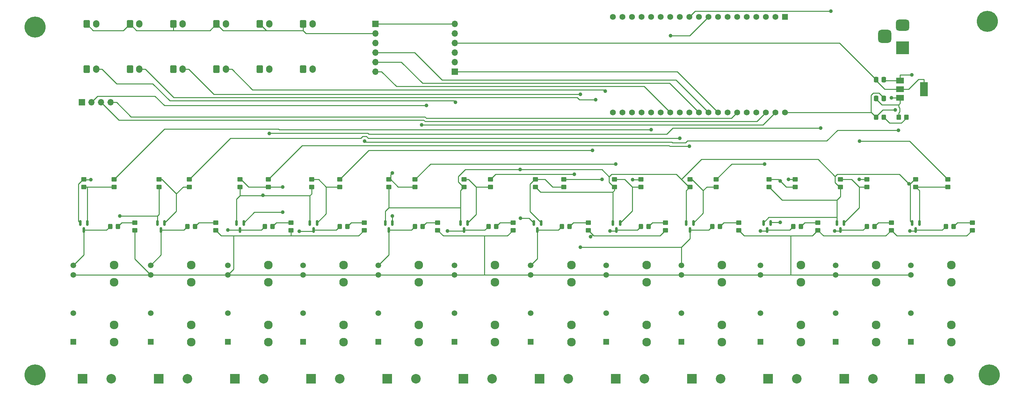
<source format=gbr>
%TF.GenerationSoftware,KiCad,Pcbnew,8.0.8-8.0.8-0~ubuntu24.04.1*%
%TF.CreationDate,2025-02-09T16:52:57+07:00*%
%TF.ProjectId,wemos32-12-channel-relays-ssr-rev-2,77656d6f-7333-4322-9d31-322d6368616e,1.0*%
%TF.SameCoordinates,Original*%
%TF.FileFunction,Copper,L1,Top*%
%TF.FilePolarity,Positive*%
%FSLAX46Y46*%
G04 Gerber Fmt 4.6, Leading zero omitted, Abs format (unit mm)*
G04 Created by KiCad (PCBNEW 8.0.8-8.0.8-0~ubuntu24.04.1) date 2025-02-09 16:52:57*
%MOMM*%
%LPD*%
G01*
G04 APERTURE LIST*
G04 Aperture macros list*
%AMRoundRect*
0 Rectangle with rounded corners*
0 $1 Rounding radius*
0 $2 $3 $4 $5 $6 $7 $8 $9 X,Y pos of 4 corners*
0 Add a 4 corners polygon primitive as box body*
4,1,4,$2,$3,$4,$5,$6,$7,$8,$9,$2,$3,0*
0 Add four circle primitives for the rounded corners*
1,1,$1+$1,$2,$3*
1,1,$1+$1,$4,$5*
1,1,$1+$1,$6,$7*
1,1,$1+$1,$8,$9*
0 Add four rect primitives between the rounded corners*
20,1,$1+$1,$2,$3,$4,$5,0*
20,1,$1+$1,$4,$5,$6,$7,0*
20,1,$1+$1,$6,$7,$8,$9,0*
20,1,$1+$1,$8,$9,$2,$3,0*%
G04 Aperture macros list end*
%TA.AperFunction,SMDPad,CuDef*%
%ADD10RoundRect,0.250000X0.450000X-0.350000X0.450000X0.350000X-0.450000X0.350000X-0.450000X-0.350000X0*%
%TD*%
%TA.AperFunction,ComponentPad*%
%ADD11RoundRect,0.250000X-0.600000X-0.750000X0.600000X-0.750000X0.600000X0.750000X-0.600000X0.750000X0*%
%TD*%
%TA.AperFunction,ComponentPad*%
%ADD12O,1.700000X2.000000*%
%TD*%
%TA.AperFunction,SMDPad,CuDef*%
%ADD13RoundRect,0.150000X-0.150000X0.587500X-0.150000X-0.587500X0.150000X-0.587500X0.150000X0.587500X0*%
%TD*%
%TA.AperFunction,ComponentPad*%
%ADD14R,2.540000X2.540000*%
%TD*%
%TA.AperFunction,ComponentPad*%
%ADD15C,2.540000*%
%TD*%
%TA.AperFunction,ComponentPad*%
%ADD16R,1.700000X1.700000*%
%TD*%
%TA.AperFunction,ComponentPad*%
%ADD17O,1.700000X1.700000*%
%TD*%
%TA.AperFunction,ComponentPad*%
%ADD18C,5.600000*%
%TD*%
%TA.AperFunction,ComponentPad*%
%ADD19C,2.300000*%
%TD*%
%TA.AperFunction,ComponentPad*%
%ADD20R,1.508000X1.508000*%
%TD*%
%TA.AperFunction,ComponentPad*%
%ADD21C,1.508000*%
%TD*%
%TA.AperFunction,SMDPad,CuDef*%
%ADD22RoundRect,0.250000X-0.450000X0.350000X-0.450000X-0.350000X0.450000X-0.350000X0.450000X0.350000X0*%
%TD*%
%TA.AperFunction,SMDPad,CuDef*%
%ADD23RoundRect,0.250000X-0.325000X-0.450000X0.325000X-0.450000X0.325000X0.450000X-0.325000X0.450000X0*%
%TD*%
%TA.AperFunction,SMDPad,CuDef*%
%ADD24RoundRect,0.250000X-0.337500X-0.475000X0.337500X-0.475000X0.337500X0.475000X-0.337500X0.475000X0*%
%TD*%
%TA.AperFunction,SMDPad,CuDef*%
%ADD25R,2.000000X1.500000*%
%TD*%
%TA.AperFunction,SMDPad,CuDef*%
%ADD26R,2.000000X3.800000*%
%TD*%
%TA.AperFunction,ComponentPad*%
%ADD27R,3.500000X3.500000*%
%TD*%
%TA.AperFunction,ComponentPad*%
%ADD28RoundRect,0.750000X-1.000000X0.750000X-1.000000X-0.750000X1.000000X-0.750000X1.000000X0.750000X0*%
%TD*%
%TA.AperFunction,ComponentPad*%
%ADD29RoundRect,0.875000X-0.875000X0.875000X-0.875000X-0.875000X0.875000X-0.875000X0.875000X0.875000X0*%
%TD*%
%TA.AperFunction,SMDPad,CuDef*%
%ADD30RoundRect,0.250000X-0.350000X-0.450000X0.350000X-0.450000X0.350000X0.450000X-0.350000X0.450000X0*%
%TD*%
%TA.AperFunction,ComponentPad*%
%ADD31R,1.560000X1.560000*%
%TD*%
%TA.AperFunction,ComponentPad*%
%ADD32C,1.560000*%
%TD*%
%TA.AperFunction,ViaPad*%
%ADD33C,1.000000*%
%TD*%
%TA.AperFunction,Conductor*%
%ADD34C,0.254000*%
%TD*%
G04 APERTURE END LIST*
D10*
%TO.P,R14,1*%
%TO.N,Net-(Q5-B)*%
X123000000Y-103000000D03*
%TO.P,R14,2*%
%TO.N,/IO_15*%
X123000000Y-101000000D03*
%TD*%
D11*
%TO.P,J19,1,Pin_1*%
%TO.N,GND*%
X70250000Y-59700000D03*
D12*
%TO.P,J19,2,Pin_2*%
%TO.N,Net-(D9-K)*%
X72750000Y-59700000D03*
%TD*%
D13*
%TO.P,Q10,1,B*%
%TO.N,Net-(Q10-B)*%
X217450000Y-112562500D03*
%TO.P,Q10,2,E*%
%TO.N,GND*%
X215550000Y-112562500D03*
%TO.P,Q10,3,C*%
%TO.N,Net-(D22-K)*%
X216500000Y-114437500D03*
%TD*%
%TO.P,Q4,1,B*%
%TO.N,Net-(Q4-B)*%
X96950000Y-112562500D03*
%TO.P,Q4,2,E*%
%TO.N,GND*%
X95050000Y-112562500D03*
%TO.P,Q4,3,C*%
%TO.N,Net-(D9-K)*%
X96000000Y-114437500D03*
%TD*%
D14*
%TO.P,J3,1,Pin_1*%
%TO.N,Net-(J3-Pin_1)*%
X75144500Y-153950000D03*
D15*
%TO.P,J3,2,Pin_2*%
%TO.N,Net-(J3-Pin_2)*%
X82764500Y-153950000D03*
%TD*%
D16*
%TO.P,J14,1,Pin_1*%
%TO.N,/MISO*%
X133500000Y-72350000D03*
D17*
%TO.P,J14,2,Pin_2*%
%TO.N,unconnected-(J14-Pin_2-Pad2)*%
X133500000Y-69810000D03*
%TO.P,J14,3,Pin_3*%
%TO.N,unconnected-(J14-Pin_3-Pad3)*%
X133500000Y-67270000D03*
%TO.P,J14,4,Pin_4*%
%TO.N,+3.3V*%
X133500000Y-64730000D03*
%TO.P,J14,5,Pin_5*%
X133500000Y-62190000D03*
%TO.P,J14,6,Pin_6*%
%TO.N,GND*%
X133500000Y-59650000D03*
%TD*%
D11*
%TO.P,J26,1,Pin_1*%
%TO.N,GND*%
X81750000Y-71700000D03*
D12*
%TO.P,J26,2,Pin_2*%
%TO.N,Net-(D24-K)*%
X84250000Y-71700000D03*
%TD*%
D18*
%TO.P,H1,1*%
%TO.N,N/C*%
X275000000Y-59000000D03*
%TD*%
D11*
%TO.P,J20,1,Pin_1*%
%TO.N,GND*%
X81750000Y-59700000D03*
D12*
%TO.P,J20,2,Pin_2*%
%TO.N,Net-(D11-K)*%
X84250000Y-59700000D03*
%TD*%
D14*
%TO.P,J5,1,Pin_1*%
%TO.N,Net-(J5-Pin_1)*%
X115599100Y-153950000D03*
D15*
%TO.P,J5,2,Pin_2*%
%TO.N,Net-(J5-Pin_2)*%
X123219100Y-153950000D03*
%TD*%
D19*
%TO.P,F12,1*%
%TO.N,Net-(F12-Pad1)*%
X265465400Y-123750000D03*
X265465400Y-128350000D03*
%TO.P,F12,2*%
%TO.N,Net-(J12-Pin_2)*%
X265465400Y-139650000D03*
X265465400Y-144250000D03*
%TD*%
D20*
%TO.P,K1,1*%
%TO.N,Net-(F1-Pad1)*%
X32234100Y-144160000D03*
D21*
%TO.P,K1,2*%
%TO.N,Net-(J1-Pin_1)*%
X32234100Y-136540000D03*
%TO.P,K1,3*%
%TO.N,+5V*%
X32234100Y-126380000D03*
%TO.P,K1,4*%
%TO.N,Net-(D3-K)*%
X32234100Y-123840000D03*
%TD*%
D22*
%TO.P,R32,1*%
%TO.N,Net-(D20-A)*%
X189500000Y-112500000D03*
%TO.P,R32,2*%
%TO.N,+5V*%
X189500000Y-114500000D03*
%TD*%
D14*
%TO.P,J2,1,Pin_1*%
%TO.N,Net-(J2-Pin_1)*%
X54917300Y-153950000D03*
D15*
%TO.P,J2,2,Pin_2*%
%TO.N,Net-(J2-Pin_2)*%
X62537300Y-153950000D03*
%TD*%
D22*
%TO.P,R33,1*%
%TO.N,Net-(D21-A)*%
X209000000Y-112500000D03*
%TO.P,R33,2*%
%TO.N,+5V*%
X209000000Y-114500000D03*
%TD*%
%TO.P,R36,1*%
%TO.N,Net-(D24-A)*%
X249500000Y-112500000D03*
%TO.P,R36,2*%
%TO.N,+5V*%
X249500000Y-114500000D03*
%TD*%
D13*
%TO.P,Q2,1,B*%
%TO.N,Net-(Q2-B)*%
X56450000Y-112562500D03*
%TO.P,Q2,2,E*%
%TO.N,GND*%
X54550000Y-112562500D03*
%TO.P,Q2,3,C*%
%TO.N,Net-(D5-K)*%
X55500000Y-114437500D03*
%TD*%
D11*
%TO.P,J23,1,Pin_1*%
%TO.N,GND*%
X47250000Y-71700000D03*
D12*
%TO.P,J23,2,Pin_2*%
%TO.N,Net-(D20-K)*%
X49750000Y-71700000D03*
%TD*%
D11*
%TO.P,J24,1,Pin_1*%
%TO.N,GND*%
X58750000Y-71700000D03*
D12*
%TO.P,J24,2,Pin_2*%
%TO.N,Net-(D21-K)*%
X61250000Y-71700000D03*
%TD*%
D16*
%TO.P,J13,1,Pin_1*%
%TO.N,GND*%
X112500000Y-59650000D03*
D17*
%TO.P,J13,2,Pin_2*%
X112500000Y-62190000D03*
%TO.P,J13,3,Pin_3*%
%TO.N,/MOSI*%
X112500000Y-64730000D03*
%TO.P,J13,4,Pin_4*%
%TO.N,/SCLK*%
X112500000Y-67270000D03*
%TO.P,J13,5,Pin_5*%
%TO.N,/CS*%
X112500000Y-69810000D03*
%TO.P,J13,6,Pin_6*%
%TO.N,/INT*%
X112500000Y-72350000D03*
%TD*%
D18*
%TO.P,H4,1*%
%TO.N,N/C*%
X22000000Y-153000000D03*
%TD*%
D10*
%TO.P,R7,1*%
%TO.N,Net-(Q3-B)*%
X84000000Y-103000000D03*
%TO.P,R7,2*%
%TO.N,/IO_17*%
X84000000Y-101000000D03*
%TD*%
D22*
%TO.P,R6,1*%
%TO.N,Net-(D5-A)*%
X70000000Y-112500000D03*
%TO.P,R6,2*%
%TO.N,+5V*%
X70000000Y-114500000D03*
%TD*%
D14*
%TO.P,J8,1,Pin_1*%
%TO.N,Net-(J8-Pin_1)*%
X176280900Y-153950000D03*
D15*
%TO.P,J8,2,Pin_2*%
%TO.N,Net-(J8-Pin_2)*%
X183900900Y-153950000D03*
%TD*%
D11*
%TO.P,J27,1,Pin_1*%
%TO.N,GND*%
X93250000Y-71700000D03*
D12*
%TO.P,J27,2,Pin_2*%
%TO.N,Net-(D25-K)*%
X95750000Y-71700000D03*
%TD*%
D23*
%TO.P,D5,1,K*%
%TO.N,Net-(D5-K)*%
X62475000Y-113500000D03*
%TO.P,D5,2,A*%
%TO.N,Net-(D5-A)*%
X64525000Y-113500000D03*
%TD*%
D14*
%TO.P,J12,1,Pin_1*%
%TO.N,Net-(J12-Pin_1)*%
X257190000Y-153950000D03*
D15*
%TO.P,J12,2,Pin_2*%
%TO.N,Net-(J12-Pin_2)*%
X264810000Y-153950000D03*
%TD*%
D13*
%TO.P,Q12,1,B*%
%TO.N,Net-(Q12-B)*%
X256950000Y-112562500D03*
%TO.P,Q12,2,E*%
%TO.N,GND*%
X255050000Y-112562500D03*
%TO.P,Q12,3,C*%
%TO.N,Net-(D25-K)*%
X256000000Y-114437500D03*
%TD*%
D10*
%TO.P,R2,1*%
%TO.N,Net-(Q1-B)*%
X43000000Y-103000000D03*
%TO.P,R2,2*%
%TO.N,/IO_2*%
X43000000Y-101000000D03*
%TD*%
D22*
%TO.P,R27,1*%
%TO.N,Net-(Q9-B)*%
X196000000Y-101000000D03*
%TO.P,R27,2*%
%TO.N,GND*%
X196000000Y-103000000D03*
%TD*%
D14*
%TO.P,J4,1,Pin_1*%
%TO.N,Net-(J4-Pin_1)*%
X95371800Y-153950000D03*
D15*
%TO.P,J4,2,Pin_2*%
%TO.N,Net-(J4-Pin_2)*%
X102991800Y-153950000D03*
%TD*%
D10*
%TO.P,R20,1*%
%TO.N,Net-(Q8-B)*%
X183000000Y-103000000D03*
%TO.P,R20,2*%
%TO.N,/IO_25*%
X183000000Y-101000000D03*
%TD*%
D20*
%TO.P,K4,1*%
%TO.N,Net-(F4-Pad1)*%
X93234100Y-144160000D03*
D21*
%TO.P,K4,2*%
%TO.N,Net-(J4-Pin_1)*%
X93234100Y-136540000D03*
%TO.P,K4,3*%
%TO.N,+5V*%
X93234100Y-126380000D03*
%TO.P,K4,4*%
%TO.N,Net-(D9-K)*%
X93234100Y-123840000D03*
%TD*%
D22*
%TO.P,R35,1*%
%TO.N,Net-(D23-A)*%
X169000000Y-112500000D03*
%TO.P,R35,2*%
%TO.N,+5V*%
X169000000Y-114500000D03*
%TD*%
D19*
%TO.P,F10,1*%
%TO.N,Net-(F10-Pad1)*%
X225500000Y-123750000D03*
X225500000Y-128350000D03*
%TO.P,F10,2*%
%TO.N,Net-(J10-Pin_2)*%
X225500000Y-139650000D03*
X225500000Y-144250000D03*
%TD*%
D10*
%TO.P,R4,1*%
%TO.N,Net-(Q2-B)*%
X63000000Y-103000000D03*
%TO.P,R4,2*%
%TO.N,/IO_16*%
X63000000Y-101000000D03*
%TD*%
D14*
%TO.P,J7,1,Pin_1*%
%TO.N,Net-(J7-Pin_1)*%
X156053600Y-153950000D03*
D15*
%TO.P,J7,2,Pin_2*%
%TO.N,Net-(J7-Pin_2)*%
X163673600Y-153950000D03*
%TD*%
D11*
%TO.P,J17,1,Pin_1*%
%TO.N,GND*%
X47250000Y-59700000D03*
D12*
%TO.P,J17,2,Pin_2*%
%TO.N,Net-(D5-K)*%
X49750000Y-59700000D03*
%TD*%
D10*
%TO.P,R21,1*%
%TO.N,Net-(Q9-B)*%
X203000000Y-103000000D03*
%TO.P,R21,2*%
%TO.N,/IO_26*%
X203000000Y-101000000D03*
%TD*%
D23*
%TO.P,D3,1,K*%
%TO.N,Net-(D3-K)*%
X41975000Y-113500000D03*
%TO.P,D3,2,A*%
%TO.N,Net-(D3-A)*%
X44025000Y-113500000D03*
%TD*%
D10*
%TO.P,R3,1*%
%TO.N,Net-(Q1-B)*%
X35000000Y-103000000D03*
%TO.P,R3,2*%
%TO.N,GND*%
X35000000Y-101000000D03*
%TD*%
D23*
%TO.P,D25,1,K*%
%TO.N,Net-(D25-K)*%
X263975000Y-113500000D03*
%TO.P,D25,2,A*%
%TO.N,Net-(D25-A)*%
X266025000Y-113500000D03*
%TD*%
D13*
%TO.P,Q9,1,B*%
%TO.N,Net-(Q9-B)*%
X196950000Y-112562500D03*
%TO.P,Q9,2,E*%
%TO.N,GND*%
X195050000Y-112562500D03*
%TO.P,Q9,3,C*%
%TO.N,Net-(D21-K)*%
X196000000Y-114437500D03*
%TD*%
D18*
%TO.P,H3,1*%
%TO.N,N/C*%
X22000000Y-60500000D03*
%TD*%
D23*
%TO.P,D13,1,K*%
%TO.N,Net-(D13-K)*%
X142475000Y-113500000D03*
%TO.P,D13,2,A*%
%TO.N,Net-(D13-A)*%
X144525000Y-113500000D03*
%TD*%
D10*
%TO.P,R11,1*%
%TO.N,Net-(Q4-B)*%
X103000000Y-103000000D03*
%TO.P,R11,2*%
%TO.N,/IO_13*%
X103000000Y-101000000D03*
%TD*%
D20*
%TO.P,K8,1*%
%TO.N,Net-(F8-Pad1)*%
X173734200Y-144160000D03*
D21*
%TO.P,K8,2*%
%TO.N,Net-(J8-Pin_1)*%
X173734200Y-136540000D03*
%TO.P,K8,3*%
%TO.N,+5V*%
X173734200Y-126380000D03*
%TO.P,K8,4*%
%TO.N,Net-(D20-K)*%
X173734200Y-123840000D03*
%TD*%
D22*
%TO.P,R34,1*%
%TO.N,Net-(D22-A)*%
X230000000Y-112500000D03*
%TO.P,R34,2*%
%TO.N,+5V*%
X230000000Y-114500000D03*
%TD*%
%TO.P,R26,1*%
%TO.N,Net-(Q8-B)*%
X176000000Y-101000000D03*
%TO.P,R26,2*%
%TO.N,GND*%
X176000000Y-103000000D03*
%TD*%
D10*
%TO.P,R25,1*%
%TO.N,Net-(Q12-B)*%
X264500000Y-103000000D03*
%TO.P,R25,2*%
%TO.N,/IO_27*%
X264500000Y-101000000D03*
%TD*%
D24*
%TO.P,C6,1*%
%TO.N,+3.3V*%
X245462500Y-74500000D03*
%TO.P,C6,2*%
%TO.N,GND*%
X247537500Y-74500000D03*
%TD*%
D22*
%TO.P,R30,1*%
%TO.N,Net-(Q11-B)*%
X236000000Y-101000000D03*
%TO.P,R30,2*%
%TO.N,GND*%
X236000000Y-103000000D03*
%TD*%
D10*
%TO.P,R23,1*%
%TO.N,Net-(Q7-B)*%
X162500000Y-103000000D03*
%TO.P,R23,2*%
%TO.N,/IO_12*%
X162500000Y-101000000D03*
%TD*%
D14*
%TO.P,J10,1,Pin_1*%
%TO.N,Net-(J10-Pin_1)*%
X216735400Y-153950000D03*
D15*
%TO.P,J10,2,Pin_2*%
%TO.N,Net-(J10-Pin_2)*%
X224355400Y-153950000D03*
%TD*%
D13*
%TO.P,Q6,1,B*%
%TO.N,Net-(Q6-B)*%
X136950000Y-112562500D03*
%TO.P,Q6,2,E*%
%TO.N,GND*%
X135050000Y-112562500D03*
%TO.P,Q6,3,C*%
%TO.N,Net-(D13-K)*%
X136000000Y-114437500D03*
%TD*%
D23*
%TO.P,D24,1,K*%
%TO.N,Net-(D24-K)*%
X242975000Y-113500000D03*
%TO.P,D24,2,A*%
%TO.N,Net-(D24-A)*%
X245025000Y-113500000D03*
%TD*%
D22*
%TO.P,R16,1*%
%TO.N,Net-(D11-A)*%
X129000000Y-112500000D03*
%TO.P,R16,2*%
%TO.N,+5V*%
X129000000Y-114500000D03*
%TD*%
D20*
%TO.P,K11,1*%
%TO.N,Net-(F11-Pad1)*%
X234734200Y-144160000D03*
D21*
%TO.P,K11,2*%
%TO.N,Net-(J11-Pin_1)*%
X234734200Y-136540000D03*
%TO.P,K11,3*%
%TO.N,+5V*%
X234734200Y-126380000D03*
%TO.P,K11,4*%
%TO.N,Net-(D24-K)*%
X234734200Y-123840000D03*
%TD*%
D23*
%TO.P,D22,1,K*%
%TO.N,Net-(D22-K)*%
X223475000Y-113500000D03*
%TO.P,D22,2,A*%
%TO.N,Net-(D22-A)*%
X225525000Y-113500000D03*
%TD*%
D13*
%TO.P,Q3,1,B*%
%TO.N,Net-(Q3-B)*%
X77450000Y-112562500D03*
%TO.P,Q3,2,E*%
%TO.N,GND*%
X75550000Y-112562500D03*
%TO.P,Q3,3,C*%
%TO.N,Net-(D7-K)*%
X76500000Y-114437500D03*
%TD*%
D20*
%TO.P,K7,1*%
%TO.N,Net-(F7-Pad1)*%
X153734100Y-144160000D03*
D21*
%TO.P,K7,2*%
%TO.N,Net-(J7-Pin_1)*%
X153734100Y-136540000D03*
%TO.P,K7,3*%
%TO.N,+5V*%
X153734100Y-126380000D03*
%TO.P,K7,4*%
%TO.N,Net-(D23-K)*%
X153734100Y-123840000D03*
%TD*%
D22*
%TO.P,R28,1*%
%TO.N,Net-(Q10-B)*%
X217000000Y-101000000D03*
%TO.P,R28,2*%
%TO.N,GND*%
X217000000Y-103000000D03*
%TD*%
D13*
%TO.P,Q1,1,B*%
%TO.N,Net-(Q1-B)*%
X35950000Y-112562500D03*
%TO.P,Q1,2,E*%
%TO.N,GND*%
X34050000Y-112562500D03*
%TO.P,Q1,3,C*%
%TO.N,Net-(D3-K)*%
X35000000Y-114437500D03*
%TD*%
D10*
%TO.P,R31,1*%
%TO.N,Net-(Q12-B)*%
X256000000Y-103000000D03*
%TO.P,R31,2*%
%TO.N,GND*%
X256000000Y-101000000D03*
%TD*%
D14*
%TO.P,J6,1,Pin_1*%
%TO.N,Net-(J6-Pin_1)*%
X135826400Y-153950000D03*
D15*
%TO.P,J6,2,Pin_2*%
%TO.N,Net-(J6-Pin_2)*%
X143446400Y-153950000D03*
%TD*%
D20*
%TO.P,K3,1*%
%TO.N,Net-(F3-Pad1)*%
X73234200Y-144160000D03*
D21*
%TO.P,K3,2*%
%TO.N,Net-(J3-Pin_1)*%
X73234200Y-136540000D03*
%TO.P,K3,3*%
%TO.N,+5V*%
X73234200Y-126380000D03*
%TO.P,K3,4*%
%TO.N,Net-(D7-K)*%
X73234200Y-123840000D03*
%TD*%
D19*
%TO.P,F7,1*%
%TO.N,Net-(F7-Pad1)*%
X164500000Y-123750000D03*
X164500000Y-128350000D03*
%TO.P,F7,2*%
%TO.N,Net-(J7-Pin_2)*%
X164500000Y-139650000D03*
X164500000Y-144250000D03*
%TD*%
D23*
%TO.P,D23,1,K*%
%TO.N,Net-(D23-K)*%
X161975000Y-113500000D03*
%TO.P,D23,2,A*%
%TO.N,Net-(D23-A)*%
X164025000Y-113500000D03*
%TD*%
D13*
%TO.P,Q11,1,B*%
%TO.N,Net-(Q11-B)*%
X236950000Y-112562500D03*
%TO.P,Q11,2,E*%
%TO.N,GND*%
X235050000Y-112562500D03*
%TO.P,Q11,3,C*%
%TO.N,Net-(D24-K)*%
X236000000Y-114437500D03*
%TD*%
D11*
%TO.P,J22,1,Pin_1*%
%TO.N,GND*%
X35750000Y-71700000D03*
D12*
%TO.P,J22,2,Pin_2*%
%TO.N,Net-(D23-K)*%
X38250000Y-71700000D03*
%TD*%
D22*
%TO.P,R8,1*%
%TO.N,Net-(Q3-B)*%
X76500000Y-101000000D03*
%TO.P,R8,2*%
%TO.N,GND*%
X76500000Y-103000000D03*
%TD*%
D23*
%TO.P,D20,1,K*%
%TO.N,Net-(D20-K)*%
X182975000Y-113500000D03*
%TO.P,D20,2,A*%
%TO.N,Net-(D20-A)*%
X185025000Y-113500000D03*
%TD*%
D20*
%TO.P,K12,1*%
%TO.N,Net-(F12-Pad1)*%
X254699500Y-144160000D03*
D21*
%TO.P,K12,2*%
%TO.N,Net-(J12-Pin_1)*%
X254699500Y-136540000D03*
%TO.P,K12,3*%
%TO.N,+5V*%
X254699500Y-126380000D03*
%TO.P,K12,4*%
%TO.N,Net-(D25-K)*%
X254699500Y-123840000D03*
%TD*%
D18*
%TO.P,H2,1*%
%TO.N,N/C*%
X275500000Y-153000000D03*
%TD*%
D13*
%TO.P,Q7,1,B*%
%TO.N,Net-(Q7-B)*%
X156450000Y-112562500D03*
%TO.P,Q7,2,E*%
%TO.N,GND*%
X154550000Y-112562500D03*
%TO.P,Q7,3,C*%
%TO.N,Net-(D23-K)*%
X155500000Y-114437500D03*
%TD*%
D23*
%TO.P,D9,1,K*%
%TO.N,Net-(D9-K)*%
X102975000Y-113500000D03*
%TO.P,D9,2,A*%
%TO.N,Net-(D9-A)*%
X105025000Y-113500000D03*
%TD*%
D13*
%TO.P,Q8,1,B*%
%TO.N,Net-(Q8-B)*%
X177450000Y-112562500D03*
%TO.P,Q8,2,E*%
%TO.N,GND*%
X175550000Y-112562500D03*
%TO.P,Q8,3,C*%
%TO.N,Net-(D20-K)*%
X176500000Y-114437500D03*
%TD*%
D10*
%TO.P,R22,1*%
%TO.N,Net-(Q10-B)*%
X224000000Y-103000000D03*
%TO.P,R22,2*%
%TO.N,/IO_33*%
X224000000Y-101000000D03*
%TD*%
D20*
%TO.P,K5,1*%
%TO.N,Net-(F5-Pad1)*%
X113234200Y-144160000D03*
D21*
%TO.P,K5,2*%
%TO.N,Net-(J5-Pin_1)*%
X113234200Y-136540000D03*
%TO.P,K5,3*%
%TO.N,+5V*%
X113234200Y-126380000D03*
%TO.P,K5,4*%
%TO.N,Net-(D11-K)*%
X113234200Y-123840000D03*
%TD*%
D19*
%TO.P,F9,1*%
%TO.N,Net-(F9-Pad1)*%
X204500000Y-123750000D03*
X204500000Y-128350000D03*
%TO.P,F9,2*%
%TO.N,Net-(J9-Pin_2)*%
X204500000Y-139650000D03*
X204500000Y-144250000D03*
%TD*%
D13*
%TO.P,Q5,1,B*%
%TO.N,Net-(Q5-B)*%
X116950000Y-112562500D03*
%TO.P,Q5,2,E*%
%TO.N,GND*%
X115050000Y-112562500D03*
%TO.P,Q5,3,C*%
%TO.N,Net-(D11-K)*%
X116000000Y-114437500D03*
%TD*%
D19*
%TO.P,F2,1*%
%TO.N,Net-(F2-Pad1)*%
X63500000Y-123750000D03*
X63500000Y-128350000D03*
%TO.P,F2,2*%
%TO.N,Net-(J2-Pin_2)*%
X63500000Y-139650000D03*
X63500000Y-144250000D03*
%TD*%
D22*
%TO.P,R9,1*%
%TO.N,Net-(D3-A)*%
X48500000Y-112500000D03*
%TO.P,R9,2*%
%TO.N,+5V*%
X48500000Y-114500000D03*
%TD*%
D24*
%TO.P,C1,1*%
%TO.N,+5V*%
X245462500Y-79500000D03*
%TO.P,C1,2*%
%TO.N,GND*%
X247537500Y-79500000D03*
%TD*%
D20*
%TO.P,K10,1*%
%TO.N,Net-(F10-Pad1)*%
X214734100Y-144160000D03*
D21*
%TO.P,K10,2*%
%TO.N,Net-(J10-Pin_1)*%
X214734100Y-136540000D03*
%TO.P,K10,3*%
%TO.N,+5V*%
X214734100Y-126380000D03*
%TO.P,K10,4*%
%TO.N,Net-(D22-K)*%
X214734100Y-123840000D03*
%TD*%
D22*
%TO.P,R29,1*%
%TO.N,Net-(Q7-B)*%
X155000000Y-101000000D03*
%TO.P,R29,2*%
%TO.N,GND*%
X155000000Y-103000000D03*
%TD*%
D25*
%TO.P,U1,1,GND*%
%TO.N,GND*%
X251850000Y-74700000D03*
%TO.P,U1,2,VO*%
%TO.N,+3.3V*%
X251850000Y-77000000D03*
D26*
X258150000Y-77000000D03*
D25*
%TO.P,U1,3,VI*%
%TO.N,+5V*%
X251850000Y-79300000D03*
%TD*%
D16*
%TO.P,J28,1,Pin_1*%
%TO.N,GND*%
X34500000Y-80500000D03*
D17*
%TO.P,J28,2,Pin_2*%
%TO.N,+3.3V*%
X37040000Y-80500000D03*
%TO.P,J28,3,Pin_3*%
%TO.N,/SCL*%
X39580000Y-80500000D03*
%TO.P,J28,4,Pin_4*%
%TO.N,/SDA*%
X42120000Y-80500000D03*
%TD*%
D10*
%TO.P,R24,1*%
%TO.N,Net-(Q11-B)*%
X243000000Y-103000000D03*
%TO.P,R24,2*%
%TO.N,/IO_32*%
X243000000Y-101000000D03*
%TD*%
D19*
%TO.P,F1,1*%
%TO.N,Net-(F1-Pad1)*%
X43000000Y-123750000D03*
X43000000Y-128350000D03*
%TO.P,F1,2*%
%TO.N,Net-(J1-Pin_2)*%
X43000000Y-139650000D03*
X43000000Y-144250000D03*
%TD*%
%TO.P,F3,1*%
%TO.N,Net-(F3-Pad1)*%
X84000000Y-123750000D03*
X84000000Y-128350000D03*
%TO.P,F3,2*%
%TO.N,Net-(J3-Pin_2)*%
X84000000Y-139650000D03*
X84000000Y-144250000D03*
%TD*%
D11*
%TO.P,J21,1,Pin_1*%
%TO.N,GND*%
X93250000Y-59700000D03*
D12*
%TO.P,J21,2,Pin_2*%
%TO.N,Net-(D13-K)*%
X95750000Y-59700000D03*
%TD*%
D11*
%TO.P,J16,1,Pin_1*%
%TO.N,GND*%
X35750000Y-59700000D03*
D12*
%TO.P,J16,2,Pin_2*%
%TO.N,Net-(D3-K)*%
X38250000Y-59700000D03*
%TD*%
D19*
%TO.P,F8,1*%
%TO.N,Net-(F8-Pad1)*%
X184500000Y-123750000D03*
X184500000Y-128350000D03*
%TO.P,F8,2*%
%TO.N,Net-(J8-Pin_2)*%
X184500000Y-139650000D03*
X184500000Y-144250000D03*
%TD*%
D14*
%TO.P,J11,1,Pin_1*%
%TO.N,Net-(J11-Pin_1)*%
X236962700Y-153950000D03*
D15*
%TO.P,J11,2,Pin_2*%
%TO.N,Net-(J11-Pin_2)*%
X244582700Y-153950000D03*
%TD*%
D22*
%TO.P,R19,1*%
%TO.N,Net-(D13-A)*%
X149000000Y-112500000D03*
%TO.P,R19,2*%
%TO.N,+5V*%
X149000000Y-114500000D03*
%TD*%
D11*
%TO.P,J18,1,Pin_1*%
%TO.N,GND*%
X58750000Y-59700000D03*
D12*
%TO.P,J18,2,Pin_2*%
%TO.N,Net-(D7-K)*%
X61250000Y-59700000D03*
%TD*%
D22*
%TO.P,R12,1*%
%TO.N,Net-(Q4-B)*%
X95500000Y-101000000D03*
%TO.P,R12,2*%
%TO.N,GND*%
X95500000Y-103000000D03*
%TD*%
D23*
%TO.P,D1,1,K*%
%TO.N,GND*%
X245475000Y-84500000D03*
%TO.P,D1,2,A*%
%TO.N,Net-(D1-A)*%
X247525000Y-84500000D03*
%TD*%
D19*
%TO.P,F5,1*%
%TO.N,Net-(F5-Pad1)*%
X124000000Y-123750000D03*
X124000000Y-128350000D03*
%TO.P,F5,2*%
%TO.N,Net-(J5-Pin_2)*%
X124000000Y-139650000D03*
X124000000Y-144250000D03*
%TD*%
D23*
%TO.P,D7,1,K*%
%TO.N,Net-(D7-K)*%
X83065900Y-113500000D03*
%TO.P,D7,2,A*%
%TO.N,Net-(D7-A)*%
X85115900Y-113500000D03*
%TD*%
D22*
%TO.P,R37,1*%
%TO.N,Net-(D25-A)*%
X271000000Y-112500000D03*
%TO.P,R37,2*%
%TO.N,+5V*%
X271000000Y-114500000D03*
%TD*%
D23*
%TO.P,D21,1,K*%
%TO.N,Net-(D21-K)*%
X201975000Y-113500000D03*
%TO.P,D21,2,A*%
%TO.N,Net-(D21-A)*%
X204025000Y-113500000D03*
%TD*%
D14*
%TO.P,J1,1,Pin_1*%
%TO.N,Net-(J1-Pin_1)*%
X34690000Y-153950000D03*
D15*
%TO.P,J1,2,Pin_2*%
%TO.N,Net-(J1-Pin_2)*%
X42310000Y-153950000D03*
%TD*%
D14*
%TO.P,J9,1,Pin_1*%
%TO.N,Net-(J9-Pin_1)*%
X196508200Y-153950000D03*
D15*
%TO.P,J9,2,Pin_2*%
%TO.N,Net-(J9-Pin_2)*%
X204128200Y-153950000D03*
%TD*%
D22*
%TO.P,R10,1*%
%TO.N,Net-(D7-A)*%
X90000000Y-112500000D03*
%TO.P,R10,2*%
%TO.N,+5V*%
X90000000Y-114500000D03*
%TD*%
D27*
%TO.P,J15,1*%
%TO.N,+5V*%
X252457500Y-66000000D03*
D28*
%TO.P,J15,2*%
%TO.N,GND*%
X252457500Y-60000000D03*
D29*
%TO.P,J15,3*%
%TO.N,N/C*%
X247757500Y-63000000D03*
%TD*%
D22*
%TO.P,R18,1*%
%TO.N,Net-(Q6-B)*%
X136000000Y-101000000D03*
%TO.P,R18,2*%
%TO.N,GND*%
X136000000Y-103000000D03*
%TD*%
%TO.P,R5,1*%
%TO.N,Net-(Q2-B)*%
X55000000Y-101000000D03*
%TO.P,R5,2*%
%TO.N,GND*%
X55000000Y-103000000D03*
%TD*%
D20*
%TO.P,K2,1*%
%TO.N,Net-(F2-Pad1)*%
X52734100Y-144160000D03*
D21*
%TO.P,K2,2*%
%TO.N,Net-(J2-Pin_1)*%
X52734100Y-136540000D03*
%TO.P,K2,3*%
%TO.N,+5V*%
X52734100Y-126380000D03*
%TO.P,K2,4*%
%TO.N,Net-(D5-K)*%
X52734100Y-123840000D03*
%TD*%
D10*
%TO.P,R17,1*%
%TO.N,Net-(Q6-B)*%
X143000000Y-103000000D03*
%TO.P,R17,2*%
%TO.N,/IO_14*%
X143000000Y-101000000D03*
%TD*%
D11*
%TO.P,J25,1,Pin_1*%
%TO.N,GND*%
X70250000Y-71700000D03*
D12*
%TO.P,J25,2,Pin_2*%
%TO.N,Net-(D22-K)*%
X72750000Y-71700000D03*
%TD*%
D20*
%TO.P,K6,1*%
%TO.N,Net-(F6-Pad1)*%
X133433700Y-144160000D03*
D21*
%TO.P,K6,2*%
%TO.N,Net-(J6-Pin_1)*%
X133433700Y-136540000D03*
%TO.P,K6,3*%
%TO.N,+5V*%
X133433700Y-126380000D03*
%TO.P,K6,4*%
%TO.N,Net-(D13-K)*%
X133433700Y-123840000D03*
%TD*%
D30*
%TO.P,R1,1*%
%TO.N,+5V*%
X251500000Y-84500000D03*
%TO.P,R1,2*%
%TO.N,Net-(D1-A)*%
X253500000Y-84500000D03*
%TD*%
D19*
%TO.P,F4,1*%
%TO.N,Net-(F4-Pad1)*%
X104000000Y-123750000D03*
X104000000Y-128350000D03*
%TO.P,F4,2*%
%TO.N,Net-(J4-Pin_2)*%
X104000000Y-139650000D03*
X104000000Y-144250000D03*
%TD*%
D20*
%TO.P,K9,1*%
%TO.N,Net-(F9-Pad1)*%
X193734100Y-144160000D03*
D21*
%TO.P,K9,2*%
%TO.N,Net-(J9-Pin_1)*%
X193734100Y-136540000D03*
%TO.P,K9,3*%
%TO.N,+5V*%
X193734100Y-126380000D03*
%TO.P,K9,4*%
%TO.N,Net-(D21-K)*%
X193734100Y-123840000D03*
%TD*%
D22*
%TO.P,R15,1*%
%TO.N,Net-(Q5-B)*%
X116000000Y-101000000D03*
%TO.P,R15,2*%
%TO.N,GND*%
X116000000Y-103000000D03*
%TD*%
%TO.P,R13,1*%
%TO.N,Net-(D9-A)*%
X109500000Y-112500000D03*
%TO.P,R13,2*%
%TO.N,+5V*%
X109500000Y-114500000D03*
%TD*%
D19*
%TO.P,F6,1*%
%TO.N,Net-(F6-Pad1)*%
X144199600Y-123750000D03*
X144199600Y-128350000D03*
%TO.P,F6,2*%
%TO.N,Net-(J6-Pin_2)*%
X144199600Y-139650000D03*
X144199600Y-144250000D03*
%TD*%
D31*
%TO.P,U8,J2-1,3V3*%
%TO.N,unconnected-(U8-3V3-PadJ2-1)*%
X221260000Y-57800000D03*
D32*
%TO.P,U8,J2-2,EN*%
%TO.N,unconnected-(U8-EN-PadJ2-2)*%
X218720000Y-57800000D03*
%TO.P,U8,J2-3,SENSOR_VP*%
%TO.N,unconnected-(U8-SENSOR_VP-PadJ2-3)*%
X216180000Y-57800000D03*
%TO.P,U8,J2-4,SENSOR_VN*%
%TO.N,unconnected-(U8-SENSOR_VN-PadJ2-4)*%
X213640000Y-57800000D03*
%TO.P,U8,J2-5,IO34*%
%TO.N,unconnected-(U8-IO34-PadJ2-5)*%
X211100000Y-57800000D03*
%TO.P,U8,J2-6,IO35*%
%TO.N,unconnected-(U8-IO35-PadJ2-6)*%
X208560000Y-57800000D03*
%TO.P,U8,J2-7,IO32*%
%TO.N,/IO_32*%
X206020000Y-57800000D03*
%TO.P,U8,J2-8,IO33*%
%TO.N,/IO_33*%
X203480000Y-57800000D03*
%TO.P,U8,J2-9,IO25*%
%TO.N,/IO_25*%
X200940000Y-57800000D03*
%TO.P,U8,J2-10,IO26*%
%TO.N,/IO_26*%
X198400000Y-57800000D03*
%TO.P,U8,J2-11,IO27*%
%TO.N,/IO_27*%
X195860000Y-57800000D03*
%TO.P,U8,J2-12,IO14*%
%TO.N,/IO_14*%
X193320000Y-57800000D03*
%TO.P,U8,J2-13,IO12*%
%TO.N,/IO_12*%
X190780000Y-57800000D03*
%TO.P,U8,J2-14,GND1*%
%TO.N,unconnected-(U8-GND1-PadJ2-14)*%
X188240000Y-57800000D03*
%TO.P,U8,J2-15,IO13*%
%TO.N,/IO_13*%
X185700000Y-57800000D03*
%TO.P,U8,J2-16,SD2*%
%TO.N,unconnected-(U8-SD2-PadJ2-16)*%
X183160000Y-57800000D03*
%TO.P,U8,J2-17,SD3*%
%TO.N,unconnected-(U8-SD3-PadJ2-17)*%
X180620000Y-57800000D03*
%TO.P,U8,J2-18,CMD*%
%TO.N,unconnected-(U8-CMD-PadJ2-18)*%
X178080000Y-57800000D03*
%TO.P,U8,J2-19,EXT_5V*%
%TO.N,+5V*%
X175540000Y-57800000D03*
%TO.P,U8,J3-1,GND3*%
%TO.N,GND*%
X221260000Y-83200000D03*
%TO.P,U8,J3-2,IO23*%
%TO.N,/MOSI*%
X218720000Y-83200000D03*
%TO.P,U8,J3-3,IO22*%
%TO.N,/SCL*%
X216180000Y-83200000D03*
%TO.P,U8,J3-4,TXD0*%
%TO.N,unconnected-(U8-TXD0-PadJ3-4)*%
X213640000Y-83200000D03*
%TO.P,U8,J3-5,RXD0*%
%TO.N,unconnected-(U8-RXD0-PadJ3-5)*%
X211100000Y-83200000D03*
%TO.P,U8,J3-6,IO21*%
%TO.N,/SDA*%
X208560000Y-83200000D03*
%TO.P,U8,J3-7,GND2*%
%TO.N,unconnected-(U8-GND2-PadJ3-7)*%
X206020000Y-83200000D03*
%TO.P,U8,J3-8,IO19*%
%TO.N,/MISO*%
X203480000Y-83200000D03*
%TO.P,U8,J3-9,IO18*%
%TO.N,/SCLK*%
X200940000Y-83200000D03*
%TO.P,U8,J3-10,IO5*%
%TO.N,/CS*%
X198400000Y-83200000D03*
%TO.P,U8,J3-11,IO17*%
%TO.N,/IO_17*%
X195860000Y-83200000D03*
%TO.P,U8,J3-12,IO16*%
%TO.N,/IO_16*%
X193320000Y-83200000D03*
%TO.P,U8,J3-13,IO4*%
%TO.N,/INT*%
X190780000Y-83200000D03*
%TO.P,U8,J3-14,IO0*%
%TO.N,unconnected-(U8-IO0-PadJ3-14)*%
X188240000Y-83200000D03*
%TO.P,U8,J3-15,IO2*%
%TO.N,/IO_2*%
X185700000Y-83200000D03*
%TO.P,U8,J3-16,IO15*%
%TO.N,/IO_15*%
X183160000Y-83200000D03*
%TO.P,U8,J3-17,SD1*%
%TO.N,unconnected-(U8-SD1-PadJ3-17)*%
X180620000Y-83200000D03*
%TO.P,U8,J3-18,SD0*%
%TO.N,unconnected-(U8-SD0-PadJ3-18)*%
X178080000Y-83200000D03*
%TO.P,U8,J3-19,CLK*%
%TO.N,unconnected-(U8-CLK-PadJ3-19)*%
X175540000Y-83200000D03*
%TD*%
D23*
%TO.P,D11,1,K*%
%TO.N,Net-(D11-K)*%
X122975000Y-113500000D03*
%TO.P,D11,2,A*%
%TO.N,Net-(D11-A)*%
X125025000Y-113500000D03*
%TD*%
D19*
%TO.P,F11,1*%
%TO.N,Net-(F11-Pad1)*%
X245500000Y-123750000D03*
X245500000Y-128350000D03*
%TO.P,F11,2*%
%TO.N,Net-(J11-Pin_2)*%
X245500000Y-139650000D03*
X245500000Y-144250000D03*
%TD*%
D33*
%TO.N,+5V*%
X249527200Y-79348100D03*
X169625600Y-116234600D03*
%TO.N,GND*%
X250513600Y-82527300D03*
X82567800Y-105228200D03*
X254168800Y-102184000D03*
X36817400Y-101053400D03*
X44579100Y-110742700D03*
X150871400Y-98398900D03*
X150993000Y-111290300D03*
X254936200Y-73221300D03*
%TO.N,+3.3V*%
X126012200Y-81374100D03*
%TO.N,/IO_17*%
X195860000Y-92137100D03*
%TO.N,Net-(Q3-B)*%
X87860100Y-103000000D03*
X87860100Y-109712500D03*
%TO.N,Net-(Q5-B)*%
X116950000Y-99275300D03*
X116950000Y-110693400D03*
%TO.N,/IO_25*%
X180788800Y-101087200D03*
X190874600Y-62791800D03*
%TO.N,/IO_26*%
X215800600Y-96916100D03*
%TO.N,/IO_16*%
X193320000Y-90024700D03*
%TO.N,Net-(Q10-B)*%
X219988400Y-101405300D03*
X219988400Y-112450600D03*
%TO.N,/MOSI*%
X124751000Y-86470500D03*
%TO.N,/IO_2*%
X185700000Y-87734500D03*
%TO.N,/IO_13*%
X170100600Y-93288200D03*
%TO.N,/IO_32*%
X240973900Y-101000000D03*
%TO.N,/IO_12*%
X172622900Y-101000000D03*
%TO.N,/IO_33*%
X222183500Y-101000000D03*
%TO.N,/IO_15*%
X176284300Y-96916100D03*
%TO.N,/IO_14*%
X165295300Y-99639700D03*
%TO.N,/IO_27*%
X241085000Y-90856800D03*
X233419400Y-56262900D03*
%TO.N,Net-(D7-K)*%
X73234200Y-114437500D03*
%TO.N,Net-(D9-K)*%
X92182100Y-114759500D03*
%TO.N,Net-(D13-K)*%
X131622900Y-114731600D03*
%TO.N,Net-(D20-K)*%
X174812900Y-114731600D03*
X170928000Y-79818900D03*
%TO.N,Net-(D21-K)*%
X166931800Y-78379100D03*
X166931800Y-118980700D03*
%TO.N,Net-(D22-K)*%
X214753700Y-114731600D03*
X173482400Y-77536200D03*
%TO.N,Net-(D23-K)*%
X133707300Y-80463600D03*
%TO.N,Net-(D24-K)*%
X230722400Y-87367100D03*
X234474100Y-114731600D03*
X84250000Y-88796000D03*
%TO.N,Net-(D25-K)*%
X251420900Y-87922500D03*
X254444500Y-114731600D03*
X109558300Y-90809900D03*
%TD*%
D34*
%TO.N,+5V*%
X90000000Y-115960000D02*
X90000000Y-114500000D01*
X254699500Y-126380000D02*
X234734200Y-126380000D01*
X234734200Y-126380000D02*
X222738200Y-126380000D01*
X74773100Y-115988200D02*
X89971800Y-115988200D01*
X188039700Y-115960300D02*
X189500000Y-114500000D01*
X170460300Y-115960300D02*
X188039700Y-115960300D01*
X141437800Y-115960300D02*
X147539700Y-115960300D01*
X222738200Y-115960300D02*
X222738200Y-126380000D01*
X251850000Y-79300000D02*
X251850000Y-80778700D01*
X130460300Y-115960300D02*
X141437800Y-115960300D01*
X209000000Y-114500000D02*
X210460300Y-115960300D01*
X133433700Y-126380000D02*
X113234200Y-126380000D01*
X250073200Y-79348100D02*
X250121300Y-79300000D01*
X251500000Y-81776000D02*
X251500000Y-81128700D01*
X251742300Y-83036300D02*
X251742300Y-82018300D01*
X251500000Y-84500000D02*
X251500000Y-83278600D01*
X214734100Y-126380000D02*
X193734100Y-126380000D01*
X74773100Y-124841100D02*
X74773100Y-115988200D01*
X113234200Y-126380000D02*
X93234100Y-126380000D01*
X71488200Y-115988200D02*
X74773100Y-115988200D01*
X153734100Y-126380000D02*
X141437800Y-126380000D01*
X170180100Y-115680100D02*
X170460300Y-115960300D01*
X249500000Y-114500000D02*
X250960300Y-115960300D01*
X48500000Y-114500000D02*
X48500000Y-122145900D01*
X248039700Y-115960300D02*
X249500000Y-114500000D01*
X170180100Y-115680100D02*
X169625600Y-116234600D01*
X231460300Y-115960300D02*
X248039700Y-115960300D01*
X230000000Y-114500000D02*
X231460300Y-115960300D01*
X246968400Y-81128700D02*
X245462500Y-79622800D01*
X250364600Y-79300000D02*
X250121300Y-79300000D01*
X210460300Y-115960300D02*
X222738200Y-115960300D01*
X52734100Y-126380000D02*
X73234200Y-126380000D01*
X89971800Y-115988200D02*
X90000000Y-115960000D01*
X249527200Y-79348100D02*
X250073200Y-79348100D01*
X169000000Y-114500000D02*
X170180100Y-115680100D01*
X147539700Y-115960300D02*
X149000000Y-114500000D01*
X250960300Y-115960300D02*
X269539700Y-115960300D01*
X222738200Y-126380000D02*
X214734100Y-126380000D01*
X251742300Y-82018300D02*
X251500000Y-81776000D01*
X73234200Y-126380000D02*
X74773100Y-124841100D01*
X193734100Y-126380000D02*
X173734200Y-126380000D01*
X93234100Y-126380000D02*
X73234200Y-126380000D01*
X245462500Y-79622800D02*
X245462500Y-79500000D01*
X251500000Y-81128700D02*
X251850000Y-80778700D01*
X250985700Y-79300000D02*
X250364600Y-79300000D01*
X269539700Y-115960300D02*
X271000000Y-114500000D01*
X32234100Y-126380000D02*
X52734100Y-126380000D01*
X48500000Y-122145900D02*
X52734100Y-126380000D01*
X141437800Y-126380000D02*
X133433700Y-126380000D01*
X251500000Y-81128700D02*
X246968400Y-81128700D01*
X90000000Y-115960000D02*
X90028200Y-115988200D01*
X251850000Y-79300000D02*
X250985700Y-79300000D01*
X141437800Y-115960300D02*
X141437800Y-126380000D01*
X228539700Y-115960300D02*
X230000000Y-114500000D01*
X108011800Y-115988200D02*
X109500000Y-114500000D01*
X251500000Y-83278600D02*
X251742300Y-83036300D01*
X70000000Y-114500000D02*
X71488200Y-115988200D01*
X222738200Y-115960300D02*
X228539700Y-115960300D01*
X90028200Y-115988200D02*
X108011800Y-115988200D01*
X153734100Y-126380000D02*
X173734200Y-126380000D01*
X129000000Y-114500000D02*
X130460300Y-115960300D01*
%TO.N,GND*%
X93250000Y-61476600D02*
X93250000Y-59700000D01*
X76500000Y-103000000D02*
X76500000Y-105295400D01*
X247537500Y-79313200D02*
X246230600Y-78006300D01*
X247737500Y-74700000D02*
X247537500Y-74500000D01*
X230055700Y-95686700D02*
X199084200Y-95686700D01*
X234553500Y-101787500D02*
X235766000Y-103000000D01*
X244175000Y-83200000D02*
X245393800Y-84418700D01*
X95500000Y-103000000D02*
X95500000Y-104845400D01*
X95500000Y-104845400D02*
X95050000Y-105295400D01*
X75550000Y-106245400D02*
X76500000Y-105295400D01*
X174549800Y-101773000D02*
X174549800Y-100263000D01*
X135050000Y-103950000D02*
X135050000Y-108509400D01*
X35053400Y-101053400D02*
X35935400Y-101053400D01*
X135813600Y-103000000D02*
X136000000Y-103000000D01*
X235050000Y-106494200D02*
X236000000Y-105544200D01*
X244749800Y-78006300D02*
X244122600Y-78633500D01*
X134509700Y-101696100D02*
X135813600Y-103000000D01*
X172685700Y-98398900D02*
X150871400Y-98398900D01*
X235050000Y-111088300D02*
X235050000Y-106494200D01*
X112500000Y-62190000D02*
X93963400Y-62190000D01*
X235099000Y-99639000D02*
X234553500Y-100184500D01*
X134509700Y-100227300D02*
X134509700Y-101696100D01*
X35935400Y-101053400D02*
X36817400Y-101053400D01*
X251850000Y-74700000D02*
X251850000Y-73221300D01*
X247537500Y-79500000D02*
X247537500Y-79313200D01*
X55000000Y-103000000D02*
X55000000Y-110292700D01*
X55000000Y-110292700D02*
X54550000Y-110742700D01*
X48978700Y-61428700D02*
X58750000Y-61428700D01*
X234553500Y-100184500D02*
X230055700Y-95686700D01*
X47250000Y-59700000D02*
X48978700Y-61428700D01*
X83526600Y-61476600D02*
X72026600Y-61476600D01*
X136000000Y-103000000D02*
X135050000Y-103950000D01*
X254168800Y-102184000D02*
X251623800Y-99639000D01*
X68521300Y-61428700D02*
X70250000Y-59700000D01*
X254556000Y-102184000D02*
X255740000Y-101000000D01*
X75550000Y-112562500D02*
X75550000Y-106245400D01*
X35935400Y-101053400D02*
X34732200Y-101053400D01*
X174549800Y-100263000D02*
X172685700Y-98398900D01*
X135050000Y-108509400D02*
X135050000Y-112562500D01*
X116000000Y-108509400D02*
X115050000Y-109459400D01*
X236000000Y-105544200D02*
X236000000Y-103000000D01*
X215550000Y-112464700D02*
X215550000Y-112562500D01*
X83526600Y-61476600D02*
X81750000Y-59700000D01*
X246230600Y-78006300D02*
X244749800Y-78006300D01*
X193751100Y-101019800D02*
X195731300Y-103000000D01*
X176000000Y-103892800D02*
X176000000Y-103000000D01*
X37478700Y-61428700D02*
X45521300Y-61428700D01*
X33567500Y-112080000D02*
X34050000Y-112562500D01*
X196000000Y-103000000D02*
X195050000Y-103950000D01*
X255740000Y-101000000D02*
X256000000Y-101000000D01*
X135050000Y-108509400D02*
X116000000Y-108509400D01*
X250513600Y-82527300D02*
X247285200Y-82527300D01*
X82567800Y-105295400D02*
X76500000Y-105295400D01*
X58750000Y-61428700D02*
X68521300Y-61428700D01*
X82567800Y-105228200D02*
X82567800Y-105295400D01*
X34732200Y-101053400D02*
X33567500Y-102218100D01*
X217000000Y-103000000D02*
X220494200Y-106494200D01*
X221260000Y-83200000D02*
X244122600Y-83200000D01*
X175776800Y-103000000D02*
X174549800Y-101773000D01*
X175550000Y-104342800D02*
X176000000Y-103892800D01*
X234553500Y-100184500D02*
X234553500Y-101787500D01*
X116000000Y-103000000D02*
X116000000Y-108509400D01*
X95050000Y-105295400D02*
X95050000Y-112562500D01*
X33567500Y-102218100D02*
X33567500Y-112080000D01*
X195050000Y-103950000D02*
X195050000Y-112562500D01*
X72026600Y-61476600D02*
X70250000Y-59700000D01*
X220494200Y-106494200D02*
X235050000Y-106494200D01*
X93250000Y-61476600D02*
X83526600Y-61476600D01*
X255050000Y-112562500D02*
X254556000Y-112068500D01*
X150871400Y-98398900D02*
X136338100Y-98398900D01*
X216926400Y-111088300D02*
X215550000Y-112464700D01*
X235766000Y-103000000D02*
X236000000Y-103000000D01*
X54550000Y-110742700D02*
X54550000Y-112562500D01*
X156342800Y-104342800D02*
X175550000Y-104342800D01*
X254556000Y-102184000D02*
X254168800Y-102184000D01*
X35750000Y-59700000D02*
X37478700Y-61428700D01*
X35000000Y-101000000D02*
X35053400Y-101053400D01*
X251850000Y-74700000D02*
X247737500Y-74700000D01*
X155000000Y-103000000D02*
X156342800Y-104342800D01*
X58750000Y-59700000D02*
X58750000Y-61428700D01*
X112500000Y-59650000D02*
X133500000Y-59650000D01*
X247285200Y-82527300D02*
X245393800Y-84418700D01*
X174549800Y-100263000D02*
X175157000Y-99655800D01*
X244122600Y-78633500D02*
X244122600Y-83200000D01*
X235050000Y-112562500D02*
X235050000Y-111088300D01*
X115050000Y-109459400D02*
X115050000Y-112562500D01*
X93963400Y-62190000D02*
X93250000Y-61476600D01*
X235050000Y-111088300D02*
X216926400Y-111088300D01*
X153277800Y-111290300D02*
X150993000Y-111290300D01*
X254556000Y-112068500D02*
X254556000Y-102184000D01*
X175550000Y-112562500D02*
X175550000Y-104342800D01*
X199084200Y-95686700D02*
X193751100Y-101019800D01*
X175157000Y-99655800D02*
X192387100Y-99655800D01*
X54550000Y-110742700D02*
X44579100Y-110742700D01*
X245393800Y-84418700D02*
X245475000Y-84500000D01*
X251623800Y-99639000D02*
X235099000Y-99639000D01*
X251850000Y-73221300D02*
X254936200Y-73221300D01*
X176000000Y-103000000D02*
X175776800Y-103000000D01*
X95050000Y-105295400D02*
X82567800Y-105295400D01*
X136338100Y-98398900D02*
X134509700Y-100227300D01*
X192387100Y-99655800D02*
X193751100Y-101019800D01*
X195731300Y-103000000D02*
X196000000Y-103000000D01*
X45521300Y-61428700D02*
X47250000Y-59700000D01*
X244122600Y-83200000D02*
X244175000Y-83200000D01*
X154550000Y-112562500D02*
X153277800Y-111290300D01*
%TO.N,+3.3V*%
X235692500Y-64730000D02*
X245462500Y-74500000D01*
X38660300Y-78879700D02*
X53904200Y-78879700D01*
X258150000Y-74371300D02*
X256745500Y-74371300D01*
X251850000Y-77000000D02*
X247744900Y-77000000D01*
X247744900Y-77000000D02*
X245462500Y-74717600D01*
X56398600Y-81374100D02*
X126012200Y-81374100D01*
X245462500Y-74717600D02*
X245462500Y-74500000D01*
X258150000Y-77000000D02*
X258150000Y-74371300D01*
X133500000Y-64730000D02*
X235692500Y-64730000D01*
X256745500Y-74371300D02*
X254116800Y-77000000D01*
X254116800Y-77000000D02*
X251850000Y-77000000D01*
X53904200Y-78879700D02*
X56398600Y-81374100D01*
X37040000Y-80500000D02*
X38660300Y-78879700D01*
%TO.N,Net-(D1-A)*%
X249016100Y-85991100D02*
X252194700Y-85991100D01*
X253500000Y-84685800D02*
X253500000Y-84500000D01*
X247525000Y-84500000D02*
X249016100Y-85991100D01*
X252194700Y-85991100D02*
X253500000Y-84685800D01*
%TO.N,Net-(D3-A)*%
X44025000Y-113500000D02*
X45025000Y-112500000D01*
X45025000Y-112500000D02*
X48500000Y-112500000D01*
%TO.N,Net-(D5-A)*%
X64525000Y-113500000D02*
X65525000Y-112500000D01*
X65525000Y-112500000D02*
X70000000Y-112500000D01*
%TO.N,Net-(D7-A)*%
X85115900Y-113500000D02*
X86115900Y-112500000D01*
X86115900Y-112500000D02*
X90000000Y-112500000D01*
%TO.N,/IO_17*%
X92961400Y-92038600D02*
X190481800Y-92038600D01*
X190481800Y-92038600D02*
X190580300Y-92137100D01*
X190580300Y-92137100D02*
X195860000Y-92137100D01*
X84000000Y-101000000D02*
X92961400Y-92038600D01*
%TO.N,Net-(D9-A)*%
X106025000Y-112500000D02*
X109500000Y-112500000D01*
X105025000Y-113500000D02*
X106025000Y-112500000D01*
%TO.N,Net-(Q2-B)*%
X63000000Y-103000000D02*
X61363000Y-103000000D01*
X59540300Y-104822700D02*
X55717600Y-101000000D01*
X59540300Y-109472200D02*
X56450000Y-112562500D01*
X55717600Y-101000000D02*
X55000000Y-101000000D01*
X61363000Y-103000000D02*
X59540300Y-104822700D01*
X59540300Y-104822700D02*
X59540300Y-109472200D01*
%TO.N,Net-(Q3-B)*%
X78745800Y-103000000D02*
X84000000Y-103000000D01*
X76745800Y-101000000D02*
X78745800Y-103000000D01*
X84000000Y-103000000D02*
X87860100Y-103000000D01*
X80300000Y-109712500D02*
X77450000Y-112562500D01*
X87860100Y-109712500D02*
X80300000Y-109712500D01*
X76500000Y-101000000D02*
X76745800Y-101000000D01*
%TO.N,Net-(Q4-B)*%
X99361200Y-103000000D02*
X99361200Y-110151300D01*
X97361200Y-101000000D02*
X99361200Y-103000000D01*
X95500000Y-101000000D02*
X97361200Y-101000000D01*
X99361200Y-110151300D02*
X96950000Y-112562500D01*
X99361200Y-103000000D02*
X103000000Y-103000000D01*
%TO.N,Net-(Q5-B)*%
X116950000Y-110693400D02*
X116950000Y-112562500D01*
X116500500Y-101000000D02*
X116500500Y-99724800D01*
X116500500Y-99724800D02*
X116950000Y-99275300D01*
X116000000Y-101000000D02*
X116500500Y-101000000D01*
X116500500Y-101000000D02*
X118500500Y-103000000D01*
X118500500Y-103000000D02*
X123000000Y-103000000D01*
%TO.N,/INT*%
X112500000Y-72350000D02*
X114078700Y-72350000D01*
X118023400Y-76294700D02*
X114078700Y-72350000D01*
X190780000Y-83200000D02*
X183874700Y-76294700D01*
X183874700Y-76294700D02*
X118023400Y-76294700D01*
%TO.N,Net-(D11-A)*%
X126025000Y-112500000D02*
X129000000Y-112500000D01*
X125025000Y-113500000D02*
X126025000Y-112500000D01*
%TO.N,/IO_25*%
X200940000Y-57800000D02*
X195948200Y-62791800D01*
X195948200Y-62791800D02*
X190874600Y-62791800D01*
X182912800Y-101087200D02*
X183000000Y-101000000D01*
X180788800Y-101087200D02*
X182912800Y-101087200D01*
%TO.N,Net-(D13-A)*%
X144525000Y-113500000D02*
X145525000Y-112500000D01*
X145525000Y-112500000D02*
X149000000Y-112500000D01*
%TO.N,/IO_26*%
X207083900Y-96916100D02*
X203000000Y-101000000D01*
X215800600Y-96916100D02*
X207083900Y-96916100D01*
%TO.N,/SCL*%
X44297100Y-85217100D02*
X39580000Y-80500000D01*
X216180000Y-83200000D02*
X213765200Y-85614800D01*
X213765200Y-85614800D02*
X125633000Y-85614800D01*
X125235300Y-85217100D02*
X44297100Y-85217100D01*
X125633000Y-85614800D02*
X125235300Y-85217100D01*
%TO.N,/SDA*%
X42120000Y-80500000D02*
X43698700Y-80500000D01*
X125976000Y-84747700D02*
X125589700Y-84361400D01*
X208560000Y-83200000D02*
X207012300Y-84747700D01*
X125589700Y-84361400D02*
X47560100Y-84361400D01*
X207012300Y-84747700D02*
X125976000Y-84747700D01*
X47560100Y-84361400D02*
X43698700Y-80500000D01*
%TO.N,/IO_16*%
X109049400Y-89581200D02*
X108605900Y-90024700D01*
X73975300Y-90024700D02*
X63000000Y-101000000D01*
X108605900Y-90024700D02*
X73975300Y-90024700D01*
X110067300Y-89581200D02*
X109049400Y-89581200D01*
X110510800Y-90024700D02*
X110067300Y-89581200D01*
X193320000Y-90024700D02*
X110510800Y-90024700D01*
%TO.N,Net-(D20-A)*%
X185025000Y-113500000D02*
X186025000Y-112500000D01*
X186025000Y-112500000D02*
X189500000Y-112500000D01*
%TO.N,Net-(D21-A)*%
X204025000Y-113500000D02*
X205025000Y-112500000D01*
X205025000Y-112500000D02*
X209000000Y-112500000D01*
%TO.N,Net-(D22-A)*%
X225525000Y-113500000D02*
X226525000Y-112500000D01*
X226525000Y-112500000D02*
X230000000Y-112500000D01*
%TO.N,Net-(D23-A)*%
X165025000Y-112500000D02*
X164025000Y-113500000D01*
X169000000Y-112500000D02*
X165025000Y-112500000D01*
%TO.N,Net-(D24-A)*%
X245025000Y-113500000D02*
X246025000Y-112500000D01*
X246025000Y-112500000D02*
X249500000Y-112500000D01*
%TO.N,Net-(D25-A)*%
X267025000Y-112500000D02*
X271000000Y-112500000D01*
X266025000Y-113500000D02*
X267025000Y-112500000D01*
%TO.N,Net-(Q6-B)*%
X136000000Y-101000000D02*
X137183700Y-101000000D01*
X139183700Y-103000000D02*
X143000000Y-103000000D01*
X139183700Y-110328800D02*
X136950000Y-112562500D01*
X139183700Y-103000000D02*
X139183700Y-110328800D01*
X137183700Y-101000000D02*
X139183700Y-103000000D01*
%TO.N,Net-(Q7-B)*%
X162500000Y-103000000D02*
X159518100Y-103000000D01*
X159518100Y-103000000D02*
X157518100Y-101000000D01*
X156450000Y-112471900D02*
X156450000Y-112562500D01*
X155000000Y-101000000D02*
X154794000Y-101000000D01*
X153529200Y-102264800D02*
X153529200Y-109551100D01*
X153529200Y-109551100D02*
X156450000Y-112471900D01*
X154794000Y-101000000D02*
X153529200Y-102264800D01*
X157518100Y-101000000D02*
X155000000Y-101000000D01*
%TO.N,Net-(Q8-B)*%
X180670200Y-109342300D02*
X177450000Y-112562500D01*
X178670200Y-101000000D02*
X180670200Y-103000000D01*
X180670200Y-103000000D02*
X180670200Y-109342300D01*
X176000000Y-101000000D02*
X178670200Y-101000000D01*
X180670200Y-103000000D02*
X183000000Y-103000000D01*
%TO.N,Net-(Q9-B)*%
X199527900Y-103976600D02*
X196551300Y-101000000D01*
X196551300Y-101000000D02*
X196000000Y-101000000D01*
X199527900Y-109984600D02*
X196950000Y-112562500D01*
X203000000Y-103000000D02*
X200504500Y-103000000D01*
X200504500Y-103000000D02*
X199527900Y-103976600D01*
X199527900Y-103976600D02*
X199527900Y-109984600D01*
%TO.N,Net-(Q10-B)*%
X219583100Y-101000000D02*
X219988400Y-101405300D01*
X221583100Y-103000000D02*
X219988400Y-101405300D01*
X217561900Y-112450600D02*
X219988400Y-112450600D01*
X217000000Y-101000000D02*
X219583100Y-101000000D01*
X224000000Y-103000000D02*
X221583100Y-103000000D01*
X217450000Y-112562500D02*
X217561900Y-112450600D01*
%TO.N,Net-(Q11-B)*%
X240963200Y-103000000D02*
X243000000Y-103000000D01*
X236000000Y-101000000D02*
X238963200Y-101000000D01*
X238963200Y-101000000D02*
X240963200Y-103000000D01*
X240963200Y-103000000D02*
X240963200Y-108549300D01*
X240963200Y-108549300D02*
X236950000Y-112562500D01*
%TO.N,Net-(Q12-B)*%
X256950000Y-103950000D02*
X256000000Y-103000000D01*
X256000000Y-103000000D02*
X264500000Y-103000000D01*
X256950000Y-112562500D02*
X256950000Y-103950000D01*
%TO.N,Net-(Q1-B)*%
X35000000Y-103000000D02*
X35950000Y-103000000D01*
X43000000Y-103000000D02*
X35950000Y-103000000D01*
X35950000Y-112562500D02*
X35950000Y-103000000D01*
%TO.N,/CS*%
X124976500Y-75439000D02*
X119347500Y-69810000D01*
X190639000Y-75439000D02*
X124976500Y-75439000D01*
X119347500Y-69810000D02*
X112500000Y-69810000D01*
X198400000Y-83200000D02*
X190639000Y-75439000D01*
%TO.N,/SCLK*%
X122844700Y-67270000D02*
X112500000Y-67270000D01*
X200940000Y-83200000D02*
X192323300Y-74583300D01*
X130158000Y-74583300D02*
X122844700Y-67270000D01*
X192323300Y-74583300D02*
X130158000Y-74583300D01*
%TO.N,/MOSI*%
X215449500Y-86470500D02*
X124751000Y-86470500D01*
X218720000Y-83200000D02*
X215449500Y-86470500D01*
%TO.N,/MISO*%
X133500000Y-72350000D02*
X192630000Y-72350000D01*
X192630000Y-72350000D02*
X203480000Y-83200000D01*
%TO.N,/IO_2*%
X86861600Y-87734500D02*
X86694400Y-87567300D01*
X185700000Y-87734500D02*
X86861600Y-87734500D01*
X56432700Y-87567300D02*
X43000000Y-101000000D01*
X86694400Y-87567300D02*
X56432700Y-87567300D01*
%TO.N,/IO_13*%
X110711800Y-93288200D02*
X170100600Y-93288200D01*
X103000000Y-101000000D02*
X110711800Y-93288200D01*
%TO.N,/IO_32*%
X243000000Y-101000000D02*
X240973900Y-101000000D01*
%TO.N,/IO_12*%
X162500000Y-101000000D02*
X172622900Y-101000000D01*
%TO.N,/IO_33*%
X222183500Y-101000000D02*
X224000000Y-101000000D01*
%TO.N,/IO_15*%
X176284300Y-96916100D02*
X127083900Y-96916100D01*
X127083900Y-96916100D02*
X123000000Y-101000000D01*
%TO.N,/IO_14*%
X143000000Y-101000000D02*
X144360300Y-99639700D01*
X144360300Y-99639700D02*
X165295300Y-99639700D01*
%TO.N,/IO_27*%
X254356800Y-90856800D02*
X241085000Y-90856800D01*
X197397100Y-56262900D02*
X195860000Y-57800000D01*
X233419400Y-56262900D02*
X197397100Y-56262900D01*
X264500000Y-101000000D02*
X254356800Y-90856800D01*
%TO.N,Net-(D3-K)*%
X41037500Y-114437500D02*
X35000000Y-114437500D01*
X35000000Y-121074100D02*
X35000000Y-114437500D01*
X41975000Y-113500000D02*
X41037500Y-114437500D01*
X32234100Y-123840000D02*
X35000000Y-121074100D01*
%TO.N,Net-(D5-K)*%
X62475000Y-113500000D02*
X61537500Y-114437500D01*
X52734100Y-123840000D02*
X55500000Y-121074100D01*
X55500000Y-121074100D02*
X55500000Y-114437500D01*
X61537500Y-114437500D02*
X55500000Y-114437500D01*
%TO.N,Net-(D7-K)*%
X82128400Y-114437500D02*
X76500000Y-114437500D01*
X76500000Y-114437500D02*
X73234200Y-114437500D01*
X83065900Y-113500000D02*
X82128400Y-114437500D01*
%TO.N,Net-(D9-K)*%
X92182100Y-114759500D02*
X95678000Y-114759500D01*
X95678000Y-114759500D02*
X96000000Y-114437500D01*
X102975000Y-113500000D02*
X102037500Y-114437500D01*
X102037500Y-114437500D02*
X96000000Y-114437500D01*
%TO.N,Net-(D11-K)*%
X116000000Y-121074200D02*
X116000000Y-114437500D01*
X113234200Y-123840000D02*
X116000000Y-121074200D01*
X122975000Y-113500000D02*
X122037500Y-114437500D01*
X122037500Y-114437500D02*
X116000000Y-114437500D01*
%TO.N,Net-(D13-K)*%
X131622900Y-114731600D02*
X135705900Y-114731600D01*
X141537500Y-114437500D02*
X136000000Y-114437500D01*
X142475000Y-113500000D02*
X141537500Y-114437500D01*
X135705900Y-114731600D02*
X136000000Y-114437500D01*
%TO.N,Net-(D20-K)*%
X49750000Y-71700000D02*
X51328700Y-71700000D01*
X166049900Y-79234800D02*
X166634000Y-79818900D01*
X176205900Y-114731600D02*
X176500000Y-114437500D01*
X51328700Y-71700000D02*
X58863500Y-79234800D01*
X182037500Y-114437500D02*
X176500000Y-114437500D01*
X58863500Y-79234800D02*
X166049900Y-79234800D01*
X174812900Y-114731600D02*
X176205900Y-114731600D01*
X182975000Y-113500000D02*
X182037500Y-114437500D01*
X166634000Y-79818900D02*
X170928000Y-79818900D01*
%TO.N,Net-(D21-K)*%
X69507800Y-78379100D02*
X62828700Y-71700000D01*
X193734100Y-118980700D02*
X166931800Y-118980700D01*
X196000000Y-116714800D02*
X193734100Y-118980700D01*
X196000000Y-114437500D02*
X201037500Y-114437500D01*
X166931800Y-78379100D02*
X69507800Y-78379100D01*
X61250000Y-71700000D02*
X62828700Y-71700000D01*
X201037500Y-114437500D02*
X201975000Y-113500000D01*
X196000000Y-114437500D02*
X196000000Y-116714800D01*
X193734100Y-118980700D02*
X193734100Y-123840000D01*
%TO.N,Net-(D22-K)*%
X214753700Y-114731600D02*
X216205900Y-114731600D01*
X72750000Y-71700000D02*
X74328700Y-71700000D01*
X79779100Y-77150400D02*
X74328700Y-71700000D01*
X173482400Y-77536200D02*
X173096600Y-77150400D01*
X223475000Y-113500000D02*
X222537500Y-114437500D01*
X173096600Y-77150400D02*
X79779100Y-77150400D01*
X216205900Y-114731600D02*
X216500000Y-114437500D01*
X222537500Y-114437500D02*
X216500000Y-114437500D01*
%TO.N,Net-(D23-K)*%
X155500000Y-122074100D02*
X155500000Y-114437500D01*
X153734100Y-123840000D02*
X155500000Y-122074100D01*
X161037500Y-114437500D02*
X155500000Y-114437500D01*
X57844300Y-80090500D02*
X133334200Y-80090500D01*
X53319200Y-75565400D02*
X57844300Y-80090500D01*
X133334200Y-80090500D02*
X133707300Y-80463600D01*
X43694100Y-75565400D02*
X53319200Y-75565400D01*
X39828700Y-71700000D02*
X43694100Y-75565400D01*
X38250000Y-71700000D02*
X39828700Y-71700000D01*
X161975000Y-113500000D02*
X161037500Y-114437500D01*
%TO.N,Net-(D24-K)*%
X84320500Y-88725500D02*
X84250000Y-88796000D01*
X242975000Y-113500000D02*
X242037500Y-114437500D01*
X191450000Y-87367100D02*
X189853800Y-88963300D01*
X189853800Y-88963300D02*
X110659500Y-88963300D01*
X234474100Y-114731600D02*
X235705900Y-114731600D01*
X235705900Y-114731600D02*
X236000000Y-114437500D01*
X110421700Y-88725500D02*
X84320500Y-88725500D01*
X110659500Y-88963300D02*
X110421700Y-88725500D01*
X230722400Y-87367100D02*
X191450000Y-87367100D01*
X242037500Y-114437500D02*
X236000000Y-114437500D01*
%TO.N,Net-(D25-K)*%
X195379200Y-90743800D02*
X232363500Y-90743800D01*
X109865200Y-91116800D02*
X191197300Y-91116800D01*
X232363500Y-90743800D02*
X235184800Y-87922500D01*
X263975000Y-113500000D02*
X263037500Y-114437500D01*
X194845900Y-91277100D02*
X195379200Y-90743800D01*
X191357600Y-91277100D02*
X194845900Y-91277100D01*
X191197300Y-91116800D02*
X191357600Y-91277100D01*
X255705900Y-114731600D02*
X256000000Y-114437500D01*
X263037500Y-114437500D02*
X256000000Y-114437500D01*
X235184800Y-87922500D02*
X251420900Y-87922500D01*
X109558300Y-90809900D02*
X109865200Y-91116800D01*
X254444500Y-114731600D02*
X255705900Y-114731600D01*
%TD*%
M02*

</source>
